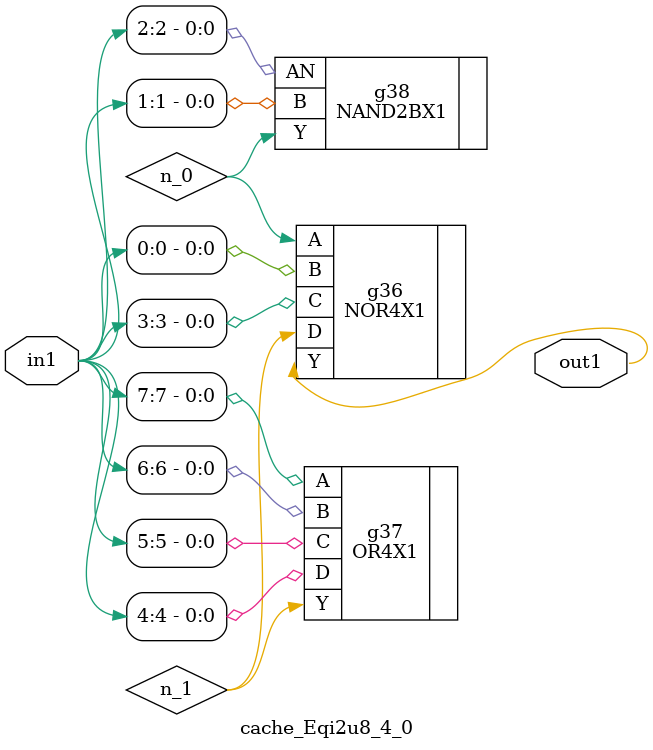
<source format=v>
`timescale 1ps / 1ps


module cache_Eqi2u8_4_0(in1, out1);
  input [7:0] in1;
  output out1;
  wire [7:0] in1;
  wire out1;
  wire n_0, n_1;
  NOR4X1 g36(.A (n_0), .B (in1[0]), .C (in1[3]), .D (n_1), .Y (out1));
  OR4X1 g37(.A (in1[7]), .B (in1[6]), .C (in1[5]), .D (in1[4]), .Y
       (n_1));
  NAND2BX1 g38(.AN (in1[2]), .B (in1[1]), .Y (n_0));
endmodule



</source>
